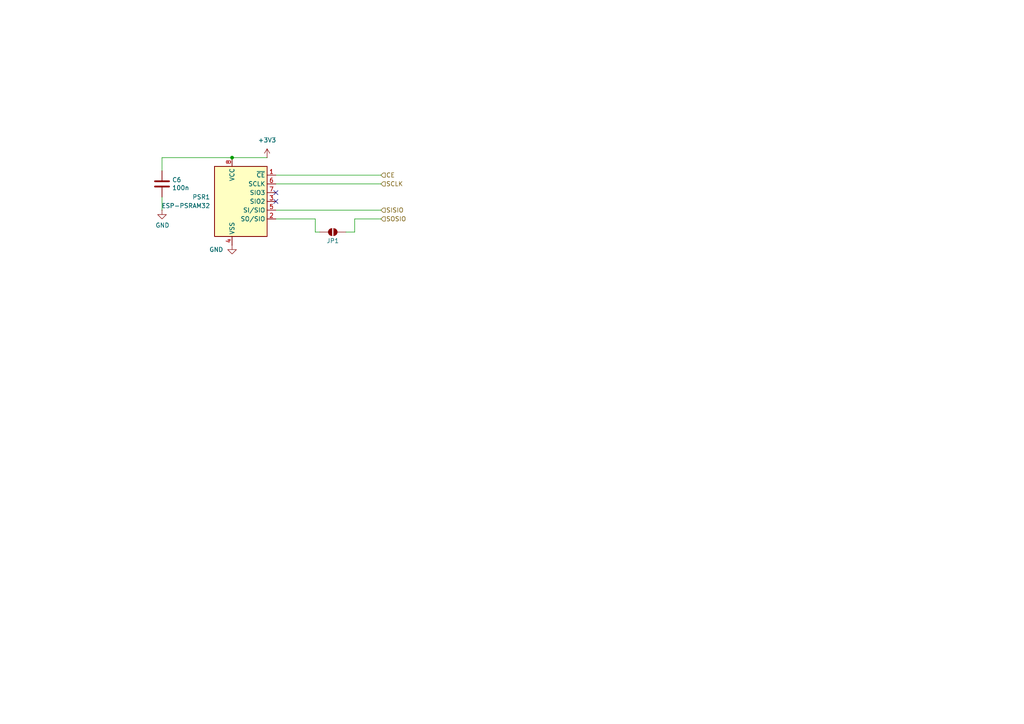
<source format=kicad_sch>
(kicad_sch (version 20250114) (generator "eeschema") (generator_version "9.0")
  (paper "A4")
  (title_block (title "FRANK RM1Z") (date "2025-03-06") (rev "1.00") (company "Mikhail Matveev") (comment 1 "https://github.com/xtremespb/frank"))
  (lib_symbols
    (symbol "Device:C" (pin_numbers (hide yes)) (pin_names (offset 0.254))
      (property "Reference" "C" (at 0.635 2.54 0))
      (property "Value" "C" (at 0.635 -2.54 0))
      (symbol "C_0_1"
        (polyline (pts (xy -2.032 0.762) (xy 2.032 0.762)) (stroke (width 0.508)))
        (polyline (pts (xy -2.032 -0.762) (xy 2.032 -0.762)) (stroke (width 0.508)))
      )
      (symbol "C_1_1"
        (pin passive line (at 0 3.81 270) (length 2.794) (name "~") (number "1"))
        (pin passive line (at 0 -3.81 90) (length 2.794) (name "~") (number "2"))
      )
    )
    (symbol "FRANK:ESP-PSRAM32"
      (property "Reference" "PSR1" (at -8.89 1.2701 0))
      (property "Value" "PSRAM" (at -8.89 -1.2699 0))
      (symbol "ESP-PSRAM32_0_1"
        (rectangle (start -7.62 10.16) (end 7.62 -10.16) (stroke (width 0.254)) (fill (type background)))
      )
      (symbol "ESP-PSRAM32_1_1"
        (pin power_in line (at -2.54 12.7 270) (length 2.54) (name "VCC") (number "8"))
        (pin power_in line (at -2.54 -12.7 90) (length 2.54) (name "VSS") (number "4"))
        (pin input line (at 10.16 7.62 180) (length 2.54) (name "~{CE}") (number "1"))
        (pin output line (at 10.16 5.08 180) (length 2.54) (name "SCLK") (number "6"))
        (pin bidirectional line (at 10.16 2.54 180) (length 2.54) (name "SIO3") (number "7"))
        (pin bidirectional line (at 10.16 0 180) (length 2.54) (name "SIO2") (number "3"))
        (pin input line (at 10.16 -2.54 180) (length 2.54) (name "SI/SIO") (number "5"))
        (pin output line (at 10.16 -5.08 180) (length 2.54) (name "SO/SIO") (number "2"))
      )
    )
    (symbol "GND_1" (power) (pin_numbers (hide yes)) (pin_names (offset 0) (hide yes))
      (property "Value" "GND" (at 0 -3.81 0))
      (symbol "GND_1_0_1"
        (polyline (pts (xy 0 0) (xy 0 -1.27) (xy 1.27 -1.27) (xy 0 -2.54) (xy -1.27 -1.27) (xy 0 -1.27)))
      )
      (symbol "GND_1_1_1"
        (pin power_in line (at 0 0 270) (length 0) (name "~") (number "1"))
      )
    )
    (symbol "Jumper:SolderJumper_2_Open" (pin_numbers (hide yes)) (pin_names (offset 0) (hide yes)) (exclude_from_sim yes) (in_bom no)
      (property "Reference" "JP" (at 0 2.032 0))
      (property "Value" "SolderJumper_2_Open" (at 0 -2.54 0))
      (symbol "SolderJumper_2_Open_0_1"
        (polyline (pts (xy -0.254 1.016) (xy -0.254 -1.016)))
        (arc (start -0.254 -1.016) (mid -1.2656 0) (end -0.254 1.016))
        (arc (start -0.254 -1.016) (mid -1.2656 0) (end -0.254 1.016) (fill (type outline)))
        (arc (start 0.254 1.016) (mid 1.2656 0) (end 0.254 -1.016))
        (arc (start 0.254 1.016) (mid 1.2656 0) (end 0.254 -1.016) (fill (type outline)))
        (polyline (pts (xy 0.254 1.016) (xy 0.254 -1.016)))
      )
      (symbol "SolderJumper_2_Open_1_1"
        (pin passive line (at -3.81 0 0) (length 2.54) (name "A") (number "1"))
        (pin passive line (at 3.81 0 180) (length 2.54) (name "B") (number "2"))
      )
    )
    (symbol "power:+3V3" (power) (pin_numbers (hide yes)) (pin_names (offset 0) (hide yes))
      (property "Value" "+3V3" (at 0 3.556 0))
      (symbol "+3V3_0_1"
        (polyline (pts (xy -0.762 1.27) (xy 0 2.54)))
        (polyline (pts (xy 0 2.54) (xy 0.762 1.27)))
        (polyline (pts (xy 0 0) (xy 0 2.54)))
      )
      (symbol "+3V3_1_1"
        (pin power_in line (at 0 0 90) (length 0) (name "~") (number "1"))
      )
    )
    (symbol "power:GND" (power) (pin_numbers (hide yes)) (pin_names (offset 0) (hide yes))
      (property "Value" "GND" (at 0 -3.81 0))
      (symbol "GND_0_1"
        (polyline (pts (xy 0 0) (xy 0 -1.27) (xy 1.27 -1.27) (xy 0 -2.54) (xy -1.27 -1.27) (xy 0 -1.27)))
      )
      (symbol "GND_1_1"
        (pin power_in line (at 0 0 270) (length 0) (name "~") (number "1"))
      )
    )
  )
  (junction (at 67.31 45.72))
  (no_connect (at 80.01 55.88))
  (no_connect (at 80.01 58.42))
  (wire (pts (xy 80.01 50.8) (xy 110.49 50.8)))
  (wire (pts (xy 91.44 67.31) (xy 91.44 63.5)))
  (wire (pts (xy 91.44 67.31) (xy 92.71 67.31)))
  (wire (pts (xy 46.99 45.72) (xy 46.99 49.53)))
  (wire (pts (xy 80.01 53.34) (xy 110.49 53.34)))
  (wire (pts (xy 46.99 45.72) (xy 67.31 45.72)))
  (wire (pts (xy 67.31 45.72) (xy 77.47 45.72)))
  (wire (pts (xy 46.99 57.15) (xy 46.99 60.96)))
  (wire (pts (xy 80.01 60.96) (xy 110.49 60.96)))
  (wire (pts (xy 102.87 67.31) (xy 102.87 63.5)))
  (wire (pts (xy 102.87 63.5) (xy 110.49 63.5)))
  (wire (pts (xy 100.33 67.31) (xy 102.87 67.31)))
  (wire (pts (xy 91.44 63.5) (xy 80.01 63.5)))
  (hierarchical_label "SISIO" (shape input) (at 110.49 60.96 0))
  (hierarchical_label "CE" (shape input) (at 110.49 50.8 0))
  (hierarchical_label "SCLK" (shape input) (at 110.49 53.34 0))
  (hierarchical_label "SOSIO" (shape input) (at 110.49 63.5 0))
  (symbol (lib_id "power:GND") (at 67.31 71.12 0) (unit 1)
    (property "Reference" "#PWR041" (effects (hide yes)))
    (property "Value" "GND" (at 64.77 72.39 0) (effects (justify right)))
    (property "Description" "Power symbol creates a global label with name \"GND\" , ground" (effects (hide yes)))
  )
  (symbol (lib_id "power:+3V3") (at 77.47 45.72 0) (unit 1)
    (property "Reference" "#PWR039" (effects (hide yes)))
    (property "Value" "+3V3" (at 77.47 40.64 0))
    (property "Description" "Power symbol creates a global label with name \"+3V3\"" (effects (hide yes)))
  )
  (symbol (lib_id "FRANK:ESP-PSRAM32") (at 69.85 58.42 0) (unit 1)
    (property "Reference" "PSR1" (at 60.96 57.1499 0) (effects (justify right)))
    (property "Value" "ESP-PSRAM32" (at 60.96 59.6899 0) (effects (justify right)))
    (property "Footprint" "FRANK:SOIC-8" (effects (hide yes)))
    (property "Datasheet" "https://www.espressif.com/sites/default/files/documentation/esp-psram32_datasheet_en.pdf" (effects (hide yes)))
    (property "AliExpress" "https://www.aliexpress.com/item/1005006440914173.html" (effects (hide yes)))
  )
  (symbol (lib_id "Device:C") (at 46.99 53.34 0) (unit 1)
    (property "Reference" "C6" (at 49.911 52.1716 0) (effects (justify left)))
    (property "Value" "100n" (at 49.911 54.483 0) (effects (justify left)))
    (property "Footprint" "FRANK:Capacitor (0805)" (effects (hide yes)))
    (property "Datasheet" "https://eu.mouser.com/datasheet/2/40/KGM_X7R-3223212.pdf" (effects (hide yes)))
    (property "AliExpress" "https://www.aliexpress.com/item/33008008276.html" (effects (hide yes)))
  )
  (symbol (lib_id "Jumper:SolderJumper_2_Open") (at 96.52 67.31 0) (unit 1)
    (property "Reference" "JP1" (at 96.52 69.85 0))
    (property "Value" "Jumper (Solder)" (effects (hide yes)))
    (property "Footprint" "FRANK:Jumper (solder)" (effects (hide yes)))
    (property "Description" "Solder Jumper, 2-pole, open" (effects (hide yes)))
    (property "AliExpress" "https://www.aliexpress.com/item/1005006454399822.html" (effects (hide yes)))
  )
  (symbol (lib_name "GND_1") (lib_id "power:GND") (at 46.99 60.96 0) (unit 1)
    (property "Reference" "#PWR040" (effects (hide yes)))
    (property "Value" "GND" (at 47.117 65.3542 0))
    (property "Description" "Power symbol creates a global label with name \"GND\" , ground" (effects (hide yes)))
  )
)
</source>
